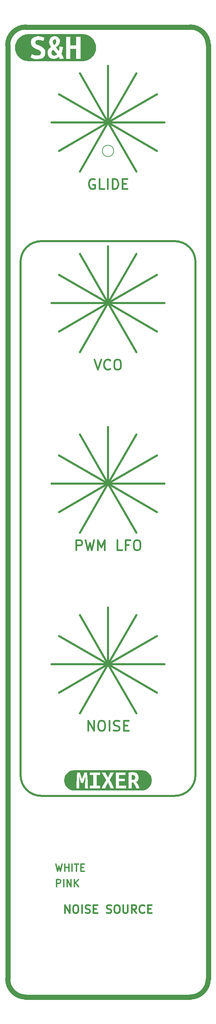
<source format=gto>
G04 #@! TF.GenerationSoftware,KiCad,Pcbnew,6.0.5+dfsg-1~bpo11+1*
G04 #@! TF.CreationDate,2022-08-10T11:57:28+00:00*
G04 #@! TF.ProjectId,s_and_h_pcb_panel,735f616e-645f-4685-9f70-63625f70616e,0*
G04 #@! TF.SameCoordinates,Original*
G04 #@! TF.FileFunction,Legend,Top*
G04 #@! TF.FilePolarity,Positive*
%FSLAX46Y46*%
G04 Gerber Fmt 4.6, Leading zero omitted, Abs format (unit mm)*
G04 Created by KiCad (PCBNEW 6.0.5+dfsg-1~bpo11+1) date 2022-08-10 11:57:28*
%MOMM*%
%LPD*%
G01*
G04 APERTURE LIST*
%ADD10C,0.500000*%
%ADD11C,1.270000*%
%ADD12C,0.400000*%
%ADD13C,0.350000*%
%ADD14C,0.150000*%
%ADD15C,2.000000*%
G04 APERTURE END LIST*
D10*
X60325000Y-44450000D02*
X60325000Y-30480000D01*
X60325000Y-44450000D02*
X67310000Y-32351625D01*
X60325000Y-133350000D02*
X72423375Y-140335000D01*
X60325000Y-133350000D02*
X46355000Y-133350000D01*
X60325000Y-133350000D02*
X72423375Y-126365000D01*
X60325000Y-177800000D02*
X72423375Y-170815000D01*
X60325000Y-177800000D02*
X72423375Y-184785000D01*
X60325000Y-88900000D02*
X48226625Y-81915000D01*
X60325000Y-88900000D02*
X72423375Y-81915000D01*
X60325000Y-177800000D02*
X60325000Y-163830000D01*
D11*
X40005000Y-20955000D02*
X80645000Y-20955000D01*
D10*
X60325000Y-44450000D02*
X74295000Y-44450000D01*
X60325000Y-88900000D02*
X60325000Y-74930000D01*
X60325000Y-133350000D02*
X74295000Y-133350000D01*
X38735000Y-78740000D02*
X38734998Y-205105002D01*
X60325000Y-44450000D02*
X53340000Y-56548375D01*
X60325000Y-88900000D02*
X53340000Y-100998375D01*
X60325000Y-177800000D02*
X46355000Y-177800000D01*
X60325000Y-88900000D02*
X48226625Y-95885000D01*
X60325000Y-177800000D02*
X67310000Y-165701625D01*
X60325000Y-88900000D02*
X53340000Y-76801625D01*
D11*
X80645002Y-259715002D02*
G75*
G03*
X85090002Y-255269998I-2J4445002D01*
G01*
D10*
X60325000Y-177800000D02*
X53340000Y-165701625D01*
X60325000Y-133350000D02*
X67310000Y-121251625D01*
X43814998Y-210185002D02*
X76835000Y-210185000D01*
X60325000Y-44450000D02*
X67310000Y-56548375D01*
X60325000Y-177800000D02*
X67310000Y-189898375D01*
X60325000Y-177800000D02*
X53340000Y-189898375D01*
X60325000Y-44450000D02*
X48226625Y-37465000D01*
X60325000Y-133350000D02*
X48226625Y-126365000D01*
X60325000Y-88900000D02*
X67310000Y-100998375D01*
X76835000Y-210185000D02*
G75*
G03*
X81915000Y-205105000I0J5080000D01*
G01*
X60325000Y-177800000D02*
X74295000Y-177800000D01*
D11*
X35560000Y-255270000D02*
X35560000Y-25400000D01*
X40005000Y-259715000D02*
X80645000Y-259715000D01*
D10*
X60325000Y-44450000D02*
X53340000Y-32351625D01*
X60325000Y-44450000D02*
X72423375Y-37465000D01*
X60325000Y-44450000D02*
X46355000Y-44450000D01*
X81915000Y-205105000D02*
X81915002Y-78739998D01*
X43815000Y-73660000D02*
G75*
G03*
X38735000Y-78740000I0J-5080000D01*
G01*
D11*
X85090000Y-25400000D02*
G75*
G03*
X80645000Y-20955000I-4445000J0D01*
G01*
D10*
X60325000Y-88900000D02*
X67310000Y-76801625D01*
X60325000Y-133350000D02*
X48226625Y-140335000D01*
X60325000Y-133350000D02*
X67310000Y-145448375D01*
X60325000Y-133350000D02*
X53340000Y-145448375D01*
X60325000Y-88900000D02*
X74295000Y-88900000D01*
X60325000Y-88900000D02*
X46355000Y-88900000D01*
X60325000Y-133350000D02*
X60325000Y-119380000D01*
X43815000Y-73660000D02*
X76835002Y-73659998D01*
X38734998Y-205105002D02*
G75*
G03*
X43814998Y-210185002I5080002J2D01*
G01*
D11*
X40005000Y-20955000D02*
G75*
G03*
X35560000Y-25400000I0J-4445000D01*
G01*
D10*
X60325000Y-44450000D02*
X72423375Y-51435000D01*
X60325000Y-88900000D02*
X72423375Y-95885000D01*
X60325000Y-133350000D02*
X53340000Y-121251625D01*
X60325000Y-177800000D02*
X48226625Y-170815000D01*
X60325000Y-177800000D02*
X48226625Y-184785000D01*
D11*
X85090000Y-255270000D02*
X85090000Y-25400000D01*
D10*
X81915002Y-78739998D02*
G75*
G03*
X76835002Y-73659998I-5080002J-2D01*
G01*
X60325000Y-44450000D02*
X48226625Y-51435000D01*
D11*
X35560000Y-255270000D02*
G75*
G03*
X40005000Y-259715000I4445000J0D01*
G01*
D12*
X56932142Y-102770952D02*
X57765476Y-105270952D01*
X58598809Y-102770952D01*
X60860714Y-105032857D02*
X60741666Y-105151904D01*
X60384523Y-105270952D01*
X60146428Y-105270952D01*
X59789285Y-105151904D01*
X59551190Y-104913809D01*
X59432142Y-104675714D01*
X59313095Y-104199523D01*
X59313095Y-103842380D01*
X59432142Y-103366190D01*
X59551190Y-103128095D01*
X59789285Y-102890000D01*
X60146428Y-102770952D01*
X60384523Y-102770952D01*
X60741666Y-102890000D01*
X60860714Y-103009047D01*
X62408333Y-102770952D02*
X62884523Y-102770952D01*
X63122619Y-102890000D01*
X63360714Y-103128095D01*
X63479761Y-103604285D01*
X63479761Y-104437619D01*
X63360714Y-104913809D01*
X63122619Y-105151904D01*
X62884523Y-105270952D01*
X62408333Y-105270952D01*
X62170238Y-105151904D01*
X61932142Y-104913809D01*
X61813095Y-104437619D01*
X61813095Y-103604285D01*
X61932142Y-103128095D01*
X62170238Y-102890000D01*
X62408333Y-102770952D01*
X56991666Y-58440000D02*
X56753571Y-58320952D01*
X56396428Y-58320952D01*
X56039285Y-58440000D01*
X55801190Y-58678095D01*
X55682142Y-58916190D01*
X55563095Y-59392380D01*
X55563095Y-59749523D01*
X55682142Y-60225714D01*
X55801190Y-60463809D01*
X56039285Y-60701904D01*
X56396428Y-60820952D01*
X56634523Y-60820952D01*
X56991666Y-60701904D01*
X57110714Y-60582857D01*
X57110714Y-59749523D01*
X56634523Y-59749523D01*
X59372619Y-60820952D02*
X58182142Y-60820952D01*
X58182142Y-58320952D01*
X60205952Y-60820952D02*
X60205952Y-58320952D01*
X61396428Y-60820952D02*
X61396428Y-58320952D01*
X61991666Y-58320952D01*
X62348809Y-58440000D01*
X62586904Y-58678095D01*
X62705952Y-58916190D01*
X62825000Y-59392380D01*
X62825000Y-59749523D01*
X62705952Y-60225714D01*
X62586904Y-60463809D01*
X62348809Y-60701904D01*
X61991666Y-60820952D01*
X61396428Y-60820952D01*
X63896428Y-59511428D02*
X64729761Y-59511428D01*
X65086904Y-60820952D02*
X63896428Y-60820952D01*
X63896428Y-58320952D01*
X65086904Y-58320952D01*
D13*
X47467500Y-227006666D02*
X47884166Y-228756666D01*
X48217500Y-227506666D01*
X48550833Y-228756666D01*
X48967500Y-227006666D01*
X49634166Y-228756666D02*
X49634166Y-227006666D01*
X49634166Y-227840000D02*
X50634166Y-227840000D01*
X50634166Y-228756666D02*
X50634166Y-227006666D01*
X51467500Y-228756666D02*
X51467500Y-227006666D01*
X52050833Y-227006666D02*
X53050833Y-227006666D01*
X52550833Y-228756666D02*
X52550833Y-227006666D01*
X53634166Y-227840000D02*
X54217500Y-227840000D01*
X54467500Y-228756666D02*
X53634166Y-228756666D01*
X53634166Y-227006666D01*
X54467500Y-227006666D01*
D12*
X55384523Y-194170952D02*
X55384523Y-191670952D01*
X56813095Y-194170952D01*
X56813095Y-191670952D01*
X58479761Y-191670952D02*
X58955952Y-191670952D01*
X59194047Y-191790000D01*
X59432142Y-192028095D01*
X59551190Y-192504285D01*
X59551190Y-193337619D01*
X59432142Y-193813809D01*
X59194047Y-194051904D01*
X58955952Y-194170952D01*
X58479761Y-194170952D01*
X58241666Y-194051904D01*
X58003571Y-193813809D01*
X57884523Y-193337619D01*
X57884523Y-192504285D01*
X58003571Y-192028095D01*
X58241666Y-191790000D01*
X58479761Y-191670952D01*
X60622619Y-194170952D02*
X60622619Y-191670952D01*
X61694047Y-194051904D02*
X62051190Y-194170952D01*
X62646428Y-194170952D01*
X62884523Y-194051904D01*
X63003571Y-193932857D01*
X63122619Y-193694761D01*
X63122619Y-193456666D01*
X63003571Y-193218571D01*
X62884523Y-193099523D01*
X62646428Y-192980476D01*
X62170238Y-192861428D01*
X61932142Y-192742380D01*
X61813095Y-192623333D01*
X61694047Y-192385238D01*
X61694047Y-192147142D01*
X61813095Y-191909047D01*
X61932142Y-191790000D01*
X62170238Y-191670952D01*
X62765476Y-191670952D01*
X63122619Y-191790000D01*
X64194047Y-192861428D02*
X65027380Y-192861428D01*
X65384523Y-194170952D02*
X64194047Y-194170952D01*
X64194047Y-191670952D01*
X65384523Y-191670952D01*
X49658333Y-239029761D02*
X49658333Y-237029761D01*
X50801190Y-239029761D01*
X50801190Y-237029761D01*
X52134523Y-237029761D02*
X52515476Y-237029761D01*
X52705952Y-237125000D01*
X52896428Y-237315476D01*
X52991666Y-237696428D01*
X52991666Y-238363095D01*
X52896428Y-238744047D01*
X52705952Y-238934523D01*
X52515476Y-239029761D01*
X52134523Y-239029761D01*
X51944047Y-238934523D01*
X51753571Y-238744047D01*
X51658333Y-238363095D01*
X51658333Y-237696428D01*
X51753571Y-237315476D01*
X51944047Y-237125000D01*
X52134523Y-237029761D01*
X53848809Y-239029761D02*
X53848809Y-237029761D01*
X54705952Y-238934523D02*
X54991666Y-239029761D01*
X55467857Y-239029761D01*
X55658333Y-238934523D01*
X55753571Y-238839285D01*
X55848809Y-238648809D01*
X55848809Y-238458333D01*
X55753571Y-238267857D01*
X55658333Y-238172619D01*
X55467857Y-238077380D01*
X55086904Y-237982142D01*
X54896428Y-237886904D01*
X54801190Y-237791666D01*
X54705952Y-237601190D01*
X54705952Y-237410714D01*
X54801190Y-237220238D01*
X54896428Y-237125000D01*
X55086904Y-237029761D01*
X55563095Y-237029761D01*
X55848809Y-237125000D01*
X56705952Y-237982142D02*
X57372619Y-237982142D01*
X57658333Y-239029761D02*
X56705952Y-239029761D01*
X56705952Y-237029761D01*
X57658333Y-237029761D01*
X59944047Y-238934523D02*
X60229761Y-239029761D01*
X60705952Y-239029761D01*
X60896428Y-238934523D01*
X60991666Y-238839285D01*
X61086904Y-238648809D01*
X61086904Y-238458333D01*
X60991666Y-238267857D01*
X60896428Y-238172619D01*
X60705952Y-238077380D01*
X60325000Y-237982142D01*
X60134523Y-237886904D01*
X60039285Y-237791666D01*
X59944047Y-237601190D01*
X59944047Y-237410714D01*
X60039285Y-237220238D01*
X60134523Y-237125000D01*
X60325000Y-237029761D01*
X60801190Y-237029761D01*
X61086904Y-237125000D01*
X62325000Y-237029761D02*
X62705952Y-237029761D01*
X62896428Y-237125000D01*
X63086904Y-237315476D01*
X63182142Y-237696428D01*
X63182142Y-238363095D01*
X63086904Y-238744047D01*
X62896428Y-238934523D01*
X62705952Y-239029761D01*
X62325000Y-239029761D01*
X62134523Y-238934523D01*
X61944047Y-238744047D01*
X61848809Y-238363095D01*
X61848809Y-237696428D01*
X61944047Y-237315476D01*
X62134523Y-237125000D01*
X62325000Y-237029761D01*
X64039285Y-237029761D02*
X64039285Y-238648809D01*
X64134523Y-238839285D01*
X64229761Y-238934523D01*
X64420238Y-239029761D01*
X64801190Y-239029761D01*
X64991666Y-238934523D01*
X65086904Y-238839285D01*
X65182142Y-238648809D01*
X65182142Y-237029761D01*
X67277380Y-239029761D02*
X66610714Y-238077380D01*
X66134523Y-239029761D02*
X66134523Y-237029761D01*
X66896428Y-237029761D01*
X67086904Y-237125000D01*
X67182142Y-237220238D01*
X67277380Y-237410714D01*
X67277380Y-237696428D01*
X67182142Y-237886904D01*
X67086904Y-237982142D01*
X66896428Y-238077380D01*
X66134523Y-238077380D01*
X69277380Y-238839285D02*
X69182142Y-238934523D01*
X68896428Y-239029761D01*
X68705952Y-239029761D01*
X68420238Y-238934523D01*
X68229761Y-238744047D01*
X68134523Y-238553571D01*
X68039285Y-238172619D01*
X68039285Y-237886904D01*
X68134523Y-237505952D01*
X68229761Y-237315476D01*
X68420238Y-237125000D01*
X68705952Y-237029761D01*
X68896428Y-237029761D01*
X69182142Y-237125000D01*
X69277380Y-237220238D01*
X70134523Y-237982142D02*
X70801190Y-237982142D01*
X71086904Y-239029761D02*
X70134523Y-239029761D01*
X70134523Y-237029761D01*
X71086904Y-237029761D01*
D13*
X47634166Y-232566666D02*
X47634166Y-230816666D01*
X48300833Y-230816666D01*
X48467500Y-230900000D01*
X48550833Y-230983333D01*
X48634166Y-231150000D01*
X48634166Y-231400000D01*
X48550833Y-231566666D01*
X48467500Y-231650000D01*
X48300833Y-231733333D01*
X47634166Y-231733333D01*
X49384166Y-232566666D02*
X49384166Y-230816666D01*
X50217500Y-232566666D02*
X50217500Y-230816666D01*
X51217500Y-232566666D01*
X51217500Y-230816666D01*
X52050833Y-232566666D02*
X52050833Y-230816666D01*
X53050833Y-232566666D02*
X52300833Y-231566666D01*
X53050833Y-230816666D02*
X52050833Y-231816666D01*
D12*
X52467857Y-149720952D02*
X52467857Y-147220952D01*
X53420238Y-147220952D01*
X53658333Y-147340000D01*
X53777380Y-147459047D01*
X53896428Y-147697142D01*
X53896428Y-148054285D01*
X53777380Y-148292380D01*
X53658333Y-148411428D01*
X53420238Y-148530476D01*
X52467857Y-148530476D01*
X54729761Y-147220952D02*
X55325000Y-149720952D01*
X55801190Y-147935238D01*
X56277380Y-149720952D01*
X56872619Y-147220952D01*
X57825000Y-149720952D02*
X57825000Y-147220952D01*
X58658333Y-149006666D01*
X59491666Y-147220952D01*
X59491666Y-149720952D01*
X63777380Y-149720952D02*
X62586904Y-149720952D01*
X62586904Y-147220952D01*
X65444047Y-148411428D02*
X64610714Y-148411428D01*
X64610714Y-149720952D02*
X64610714Y-147220952D01*
X65801190Y-147220952D01*
X67229761Y-147220952D02*
X67705952Y-147220952D01*
X67944047Y-147340000D01*
X68182142Y-147578095D01*
X68301190Y-148054285D01*
X68301190Y-148887619D01*
X68182142Y-149363809D01*
X67944047Y-149601904D01*
X67705952Y-149720952D01*
X67229761Y-149720952D01*
X66991666Y-149601904D01*
X66753571Y-149363809D01*
X66634523Y-148887619D01*
X66634523Y-148054285D01*
X66753571Y-147578095D01*
X66991666Y-147340000D01*
X67229761Y-147220952D01*
D14*
X61725000Y-51435000D02*
G75*
G03*
X61725000Y-51435000I-1400000J0D01*
G01*
G36*
X54715192Y-22766216D02*
G01*
X55340406Y-22955872D01*
X55916607Y-23263859D01*
X56421652Y-23678338D01*
X56836131Y-24183383D01*
X57144117Y-24759584D01*
X57333774Y-25384798D01*
X57397813Y-26035000D01*
X57333774Y-26685202D01*
X57144117Y-27310416D01*
X56836131Y-27886617D01*
X56421652Y-28391662D01*
X55916607Y-28806141D01*
X55340406Y-29114128D01*
X54715192Y-29303784D01*
X54064990Y-29367824D01*
X40685011Y-29367824D01*
X40034809Y-29303785D01*
X39409594Y-29114128D01*
X38833393Y-28806142D01*
X38393128Y-28444825D01*
X41197641Y-28444825D01*
X41800097Y-28711128D01*
X42269402Y-28819177D01*
X42874041Y-28855194D01*
X43486684Y-28809112D01*
X43985820Y-28670867D01*
X44371451Y-28440459D01*
X44741437Y-27939504D01*
X44855171Y-27318494D01*
X45397372Y-27318494D01*
X45493416Y-27886025D01*
X45785913Y-28361878D01*
X46274863Y-28689300D01*
X46960266Y-28811538D01*
X47580185Y-28676203D01*
X47890144Y-28509218D01*
X48191372Y-28278931D01*
X48400922Y-28741688D01*
X49422479Y-28741688D01*
X49972547Y-28741688D01*
X51046491Y-28741688D01*
X51046491Y-26358056D01*
X52478416Y-26358056D01*
X52478416Y-28741688D01*
X53552360Y-28741688D01*
X53552360Y-23337044D01*
X52478416Y-23337044D01*
X52478416Y-25467469D01*
X51046491Y-25467469D01*
X51046491Y-23337044D01*
X49972547Y-23337044D01*
X49972547Y-28741688D01*
X49422479Y-28741688D01*
X49169272Y-28130500D01*
X48793829Y-27536775D01*
X48960814Y-27176611D01*
X49095057Y-26777156D01*
X49185644Y-26340594D01*
X49221660Y-25869106D01*
X48331072Y-25755600D01*
X48293965Y-26325314D01*
X48200104Y-26812081D01*
X47807197Y-26366788D01*
X47440485Y-25938956D01*
X47909790Y-25630088D01*
X48235029Y-25262284D01*
X48424933Y-24859555D01*
X48488235Y-24445912D01*
X48374729Y-23908941D01*
X48077866Y-23524766D01*
X47658766Y-23293387D01*
X47178547Y-23214806D01*
X46667769Y-23302119D01*
X46218110Y-23564056D01*
X45895054Y-24004984D01*
X45772816Y-24620537D01*
X45908151Y-25275381D01*
X46253035Y-25877837D01*
X45878683Y-26169243D01*
X45611288Y-26519584D01*
X45450851Y-26909216D01*
X45397372Y-27318494D01*
X44855171Y-27318494D01*
X44864766Y-27266106D01*
X44827658Y-26859012D01*
X44716335Y-26528316D01*
X44336526Y-26039366D01*
X43830113Y-25725041D01*
X43301872Y-25511125D01*
X42965719Y-25380156D01*
X42660126Y-25218628D01*
X42437479Y-25009078D01*
X42350166Y-24734044D01*
X42445240Y-24389644D01*
X42730461Y-24183005D01*
X43205829Y-24114125D01*
X43821382Y-24201437D01*
X44305966Y-24410987D01*
X44620291Y-23581519D01*
X43996007Y-23328312D01*
X43593278Y-23243183D01*
X43127247Y-23214806D01*
X42592216Y-23262343D01*
X42139646Y-23404953D01*
X41769538Y-23642637D01*
X41399551Y-24153416D01*
X41276222Y-24830087D01*
X41415922Y-25471834D01*
X41769538Y-25904031D01*
X42245391Y-26192163D01*
X42751804Y-26392981D01*
X43118516Y-26545778D01*
X43450304Y-26729134D01*
X43694779Y-26960513D01*
X43790822Y-27257375D01*
X43751532Y-27514947D01*
X43607466Y-27741959D01*
X43323701Y-27899122D01*
X42874041Y-27955875D01*
X42438570Y-27925316D01*
X42075132Y-27833638D01*
X41511966Y-27571700D01*
X41197641Y-28444825D01*
X38393128Y-28444825D01*
X38328349Y-28391662D01*
X37913869Y-27886618D01*
X37605883Y-27310417D01*
X37416226Y-26685202D01*
X37352187Y-26035000D01*
X37416226Y-25384798D01*
X37605883Y-24759583D01*
X37913869Y-24183382D01*
X38328349Y-23678338D01*
X38833393Y-23263858D01*
X39409594Y-22955872D01*
X40034809Y-22766215D01*
X40685011Y-22702176D01*
X54064990Y-22702176D01*
X54715192Y-22766216D01*
G37*
G36*
X46997374Y-26770608D02*
G01*
X47257129Y-27056556D01*
X47514701Y-27349053D01*
X47763541Y-27650281D01*
X47388097Y-27920950D01*
X46986460Y-27999531D01*
X46466951Y-27781250D01*
X46314154Y-27266106D01*
X46432026Y-26807716D01*
X46741985Y-26489025D01*
X46997374Y-26770608D01*
G37*
G36*
X47462313Y-24109759D02*
G01*
X47571454Y-24454644D01*
X47423022Y-24947959D01*
X46995191Y-25362694D01*
X46776910Y-24956691D01*
X46698329Y-24568150D01*
X46829297Y-24140319D01*
X47178547Y-23991887D01*
X47462313Y-24109759D01*
G37*
G36*
X49903996Y-207764025D02*
G01*
X49672955Y-207331777D01*
X49530680Y-206862761D01*
X49482640Y-206375000D01*
X49530680Y-205887239D01*
X49672955Y-205418223D01*
X49903996Y-204985975D01*
X50214926Y-204607106D01*
X50593794Y-204296176D01*
X51026042Y-204065135D01*
X51495059Y-203922860D01*
X51982819Y-203874820D01*
X68667180Y-203874820D01*
X69154941Y-203922860D01*
X69623957Y-204065135D01*
X70056206Y-204296176D01*
X70435074Y-204607106D01*
X70746004Y-204985974D01*
X70977045Y-205418222D01*
X71119320Y-205887239D01*
X71167360Y-206375000D01*
X71119320Y-206862761D01*
X70977045Y-207331778D01*
X70746004Y-207764026D01*
X70435074Y-208142894D01*
X70056206Y-208453824D01*
X69623957Y-208684865D01*
X69154941Y-208827140D01*
X68667180Y-208875180D01*
X51982819Y-208875180D01*
X51495059Y-208827140D01*
X51026042Y-208684865D01*
X50593794Y-208453824D01*
X50482577Y-208362550D01*
X52495450Y-208362550D01*
X53213000Y-208362550D01*
X53181250Y-205308200D01*
X53644800Y-206971900D01*
X54216300Y-206971900D01*
X54698900Y-205308200D01*
X54660800Y-208362550D01*
X55378350Y-208362550D01*
X55867300Y-208362550D01*
X58362850Y-208362550D01*
X58769250Y-208362550D01*
X59613800Y-208362550D01*
X59759850Y-208018856D01*
X59931300Y-207635475D01*
X60115450Y-207239394D01*
X60299600Y-206857600D01*
X60486131Y-207251300D01*
X60664725Y-207645000D01*
X60825856Y-208021238D01*
X60960000Y-208362550D01*
X61804550Y-208362550D01*
X62274450Y-208362550D01*
X64795400Y-208362550D01*
X65392300Y-208362550D01*
X66173350Y-208362550D01*
X66173350Y-206914750D01*
X66579750Y-206914750D01*
X66794856Y-207274319D01*
X66995675Y-207629125D01*
X67177443Y-207988694D01*
X67335400Y-208362550D01*
X68154550Y-208362550D01*
X67973575Y-207946625D01*
X67754500Y-207508475D01*
X67519550Y-207089375D01*
X67290950Y-206724250D01*
X67568762Y-206544863D01*
X67754500Y-206298800D01*
X67859275Y-206003525D01*
X67894200Y-205676500D01*
X67868006Y-205367731D01*
X67789425Y-205101825D01*
X67487800Y-204698600D01*
X67271900Y-204560487D01*
X67017900Y-204463650D01*
X66728975Y-204406500D01*
X66408300Y-204387450D01*
X66186050Y-204393800D01*
X65919350Y-204409675D01*
X65643125Y-204441425D01*
X65392300Y-204489050D01*
X65392300Y-208362550D01*
X64795400Y-208362550D01*
X64795400Y-207714850D01*
X63055500Y-207714850D01*
X63055500Y-206609950D01*
X64446150Y-206609950D01*
X64446150Y-205962250D01*
X63055500Y-205962250D01*
X63055500Y-205079600D01*
X64655700Y-205079600D01*
X64655700Y-204431900D01*
X62274450Y-204431900D01*
X62274450Y-208362550D01*
X61804550Y-208362550D01*
X61633100Y-207946625D01*
X61516418Y-207692625D01*
X61382275Y-207419575D01*
X61233843Y-207133031D01*
X61074300Y-206838550D01*
X60907612Y-206546450D01*
X60737750Y-206267050D01*
X61741050Y-204431900D01*
X60953650Y-204431900D01*
X60299600Y-205689200D01*
X59677300Y-204431900D01*
X58832750Y-204431900D01*
X59861450Y-206286100D01*
X59705875Y-206564706D01*
X59543950Y-206854425D01*
X59382818Y-207145731D01*
X59229625Y-207429100D01*
X59086750Y-207698975D01*
X58956575Y-207949800D01*
X58769250Y-208362550D01*
X58362850Y-208362550D01*
X58362850Y-207714850D01*
X57511950Y-207714850D01*
X57511950Y-205079600D01*
X58362850Y-205079600D01*
X58362850Y-204431900D01*
X55867300Y-204431900D01*
X55867300Y-205079600D01*
X56724550Y-205079600D01*
X56724550Y-207714850D01*
X55867300Y-207714850D01*
X55867300Y-208362550D01*
X55378350Y-208362550D01*
X55364062Y-207860106D01*
X55346600Y-207368775D01*
X55325168Y-206884588D01*
X55298975Y-206403575D01*
X55267225Y-205921769D01*
X55229125Y-205435200D01*
X55187056Y-204939900D01*
X55143400Y-204431900D01*
X54495700Y-204431900D01*
X54381400Y-204768450D01*
X54241700Y-205203425D01*
X54082950Y-205686025D01*
X53924200Y-206171800D01*
X53778150Y-205714600D01*
X53625750Y-205225650D01*
X53482875Y-204774800D01*
X53371750Y-204431900D01*
X52724050Y-204431900D01*
X52681981Y-204862112D01*
X52644675Y-205327250D01*
X52612131Y-205817787D01*
X52584350Y-206324200D01*
X52559743Y-206840138D01*
X52536725Y-207359250D01*
X52515293Y-207870425D01*
X52495450Y-208362550D01*
X50482577Y-208362550D01*
X50214926Y-208142894D01*
X49903996Y-207764025D01*
G37*
G36*
X66689287Y-205103412D02*
G01*
X66909950Y-205212950D01*
X67052825Y-205400275D01*
X67100450Y-205670150D01*
X66922650Y-206111475D01*
X66689287Y-206228156D01*
X66344800Y-206267050D01*
X66173350Y-206267050D01*
X66173350Y-205085950D01*
X66300350Y-205070075D01*
X66408300Y-205066900D01*
X66689287Y-205103412D01*
G37*
%LPC*%
D15*
X60325000Y-51435000D03*
M02*

</source>
